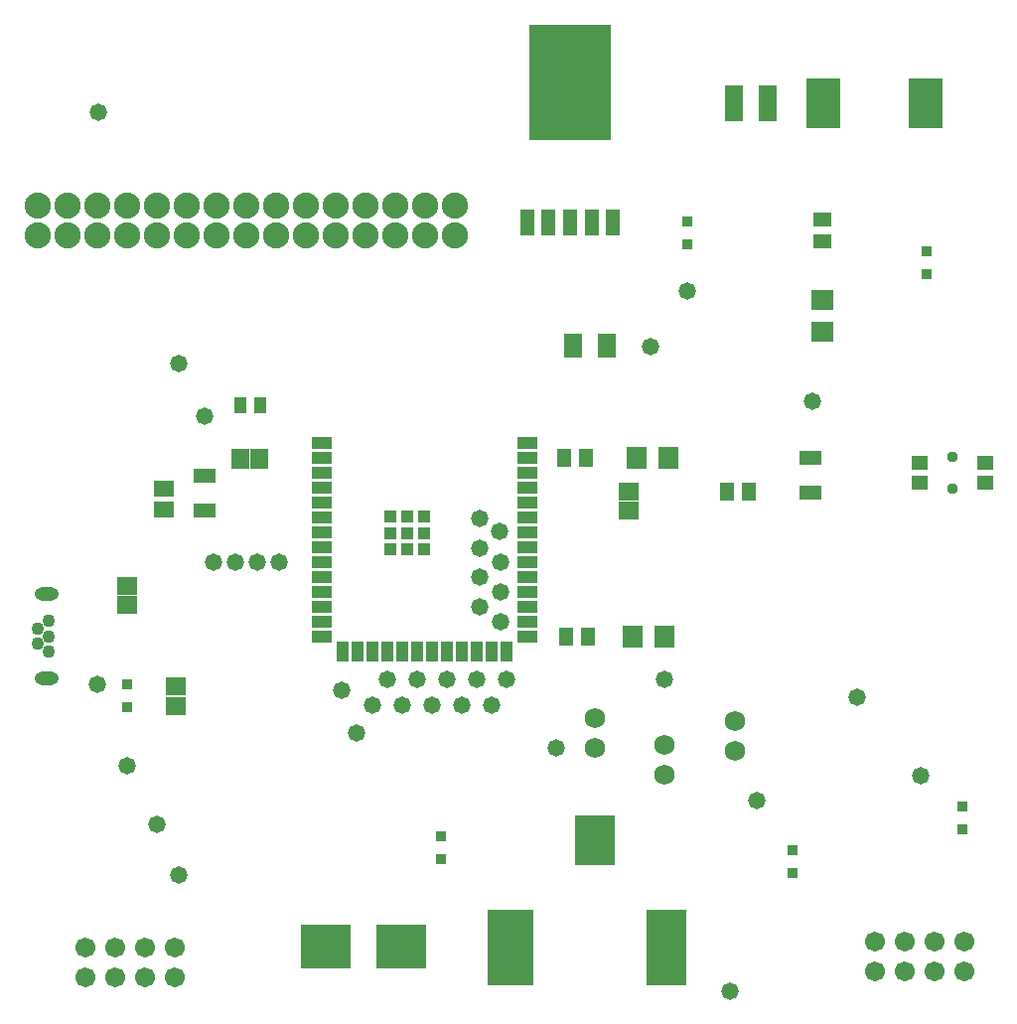
<source format=gbr>
%FSTAX23Y23*%
%MOMM*%
%SFA1B1*%

%IPPOS*%
%ADD17R,1.066798X1.346197*%
%ADD18R,4.241792X3.809992*%
%ADD19R,0.888998X0.952498*%
%ADD40R,3.503193X4.263191*%
%ADD41R,3.503193X6.553187*%
%ADD42R,4.013192X6.553187*%
%ADD43R,1.653197X1.553197*%
%ADD44R,1.933196X1.173198*%
%ADD45R,1.653197X1.353197*%
%ADD46R,1.573197X3.013194*%
%ADD47R,1.493197X2.113196*%
%ADD48R,2.903194X4.303191*%
%ADD49R,1.553197X1.653197*%
%ADD50R,1.103198X1.103198*%
%ADD51R,1.703197X1.103198*%
%ADD52R,1.103198X1.703197*%
%ADD53R,1.203198X1.623197*%
%ADD54R,1.203198X2.253195*%
%ADD55R,6.903186X9.903180*%
%ADD56R,1.623197X1.203198*%
%ADD57R,1.953196X1.703197*%
%ADD58R,1.703197X1.953196*%
%ADD59R,1.403197X1.203198*%
%ADD60C,1.727197*%
%ADD61C,1.701797*%
%ADD62C,2.235196*%
%ADD63C,1.103198*%
%ADD64O,2.053196X1.103198*%
%ADD65C,0.953198*%
%ADD66C,1.473197*%
%LNpcb1_soldermask_top-1*%
%LPD*%
G54D17*
X1957Y53213D03*
X21323D03*
G54D18*
X33286Y07112D03*
X26911D03*
G54D19*
X66675Y15322D03*
Y13379D03*
X78105Y66332D03*
Y64389D03*
X09906Y27476D03*
Y29419D03*
X81153Y17062D03*
Y19005D03*
X36703Y16465D03*
Y14522D03*
X57658Y66973D03*
Y68916D03*
G54D40*
X49779Y16124D03*
G54D41*
X5588Y06985D03*
G54D42*
X42589Y06985D03*
G54D43*
X52705Y44259D03*
Y45909D03*
X14097Y27622D03*
Y29272D03*
X09906Y37844D03*
Y36195D03*
G54D44*
X68199Y48723D03*
Y45763D03*
X16553Y44239D03*
Y47199D03*
G54D45*
X13081Y44311D03*
Y46111D03*
G54D46*
X61698Y78994D03*
X64538D03*
G54D47*
X47942Y58293D03*
X50862D03*
G54D48*
X78034Y78994D03*
X69284D03*
G54D49*
X21209Y48641D03*
X19558D03*
G54D50*
X33818Y42317D03*
X32418D03*
X35218D03*
X32418Y40917D03*
X33818D03*
X35218D03*
X32418Y43717D03*
X33818D03*
X35218D03*
G54D51*
X26568Y50038D03*
Y48768D03*
Y47498D03*
Y46228D03*
Y44958D03*
Y43688D03*
Y42418D03*
Y41148D03*
Y39878D03*
Y38608D03*
Y37338D03*
Y36068D03*
Y34798D03*
Y33528D03*
X44069D03*
Y34798D03*
Y36068D03*
Y37338D03*
Y38608D03*
Y39878D03*
Y41148D03*
Y42418D03*
Y43688D03*
Y44958D03*
Y46228D03*
Y47498D03*
Y48768D03*
Y50038D03*
G54D52*
X28333Y32277D03*
X29603D03*
X30873D03*
X32143D03*
X33413D03*
X34683D03*
X35953D03*
X37223D03*
X38493D03*
X39763D03*
X41033D03*
X42303D03*
G54D53*
X6291Y45847D03*
X6104D03*
X47324Y33528D03*
X49194D03*
X47197Y48768D03*
X49067D03*
G54D54*
X44039Y68834D03*
X45869D03*
X47699D03*
X4953D03*
X51359D03*
G54D55*
X47699Y80733D03*
G54D56*
X69215Y67183D03*
Y69052D03*
G54D57*
X69215Y6223D03*
Y59529D03*
G54D58*
X53005Y33528D03*
X55705D03*
X53386Y48768D03*
X56086D03*
G54D59*
X83063Y48325D03*
Y46625D03*
X77463Y48325D03*
Y46625D03*
G54D60*
X49784Y24003D03*
Y26543D03*
X61722Y23749D03*
Y26289D03*
X55753Y21717D03*
Y24257D03*
G54D61*
X0635Y04445D03*
X0889D03*
X1143D03*
X1397D03*
X0635Y06985D03*
X0889D03*
X1143D03*
X1397D03*
X7366Y04953D03*
X762D03*
X7874D03*
X8128D03*
X7366Y07493D03*
X762D03*
X7874D03*
X8128D03*
G54D62*
X37846Y67691D03*
Y70231D03*
X35306Y67691D03*
Y70231D03*
X32766Y67691D03*
Y70231D03*
X30226Y67691D03*
Y70231D03*
X27686Y67691D03*
Y70231D03*
X25146Y67691D03*
Y70231D03*
X22606Y67691D03*
Y70231D03*
X20066Y67691D03*
Y70231D03*
X17526Y67691D03*
Y70231D03*
X14986Y67691D03*
Y70231D03*
X12446Y67691D03*
Y70231D03*
X09906Y67691D03*
Y70231D03*
X07366Y67691D03*
Y70231D03*
X04826Y67691D03*
Y70231D03*
X02286Y67691D03*
Y70231D03*
G54D63*
X02286Y32893D03*
Y34192D03*
X03285Y32242D03*
Y33542D03*
Y34842D03*
G54D64*
X03065Y37117D03*
Y29967D03*
G54D65*
X80264Y4885D03*
Y46101D03*
G54D66*
X12446Y17526D03*
X72136Y28321D03*
X41021Y27686D03*
X29464Y25273D03*
X28194Y28956D03*
X63627Y19558D03*
X55753Y29845D03*
X61341Y03302D03*
X14351Y13208D03*
X77597Y21653D03*
X14351Y56769D03*
X1651Y52324D03*
X17272Y39878D03*
X19134D03*
X20997D03*
X2286D03*
X30861Y27686D03*
X07493Y78232D03*
X54529Y58266D03*
X34671Y29845D03*
X37211D03*
X32131D03*
X38481Y27686D03*
X40005Y36068D03*
X40006Y43559D03*
X40005Y41063D03*
X41715Y4248D03*
X41783Y39878D03*
Y37338D03*
X40005Y38565D03*
X41783Y34798D03*
X68326Y53594D03*
X57658Y62992D03*
X09906Y22479D03*
X46482Y24003D03*
X07366Y29464D03*
X42291Y29845D03*
X39751D03*
X35941Y27686D03*
X33401D03*
M02*
</source>
